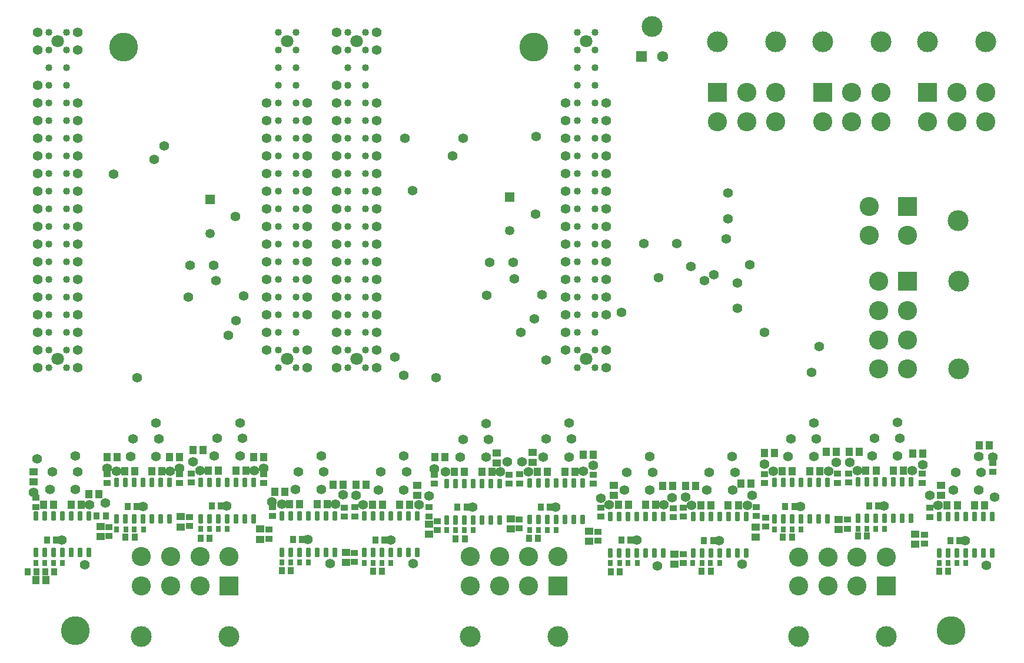
<source format=gbs>
G04*
G04 #@! TF.GenerationSoftware,Altium Limited,Altium Designer,23.4.1 (23)*
G04*
G04 Layer_Color=16711935*
%FSLAX44Y44*%
%MOMM*%
G71*
G04*
G04 #@! TF.SameCoordinates,A8117526-9310-46B9-AEF7-EB217FB15511*
G04*
G04*
G04 #@! TF.FilePolarity,Negative*
G04*
G01*
G75*
%ADD53R,1.0000X0.9000*%
%ADD54R,0.9000X1.0000*%
%ADD59R,1.2000X1.0500*%
%ADD62R,1.5700X1.5700*%
%ADD63C,1.5700*%
%ADD64C,3.0000*%
%ADD65R,2.7500X2.7500*%
%ADD66C,2.7500*%
%ADD67C,2.7534*%
%ADD68R,2.7534X2.7534*%
%ADD69C,2.9972*%
%ADD70R,2.7500X2.7500*%
%ADD71C,1.0200*%
%ADD72C,1.8000*%
%ADD73R,1.3500X1.3500*%
%ADD74C,1.3500*%
%ADD75C,1.4200*%
%ADD76C,4.1500*%
%ADD94R,1.0500X1.2000*%
G04:AMPARAMS|DCode=95|XSize=0.7mm|YSize=1.4mm|CornerRadius=0.1245mm|HoleSize=0mm|Usage=FLASHONLY|Rotation=180.000|XOffset=0mm|YOffset=0mm|HoleType=Round|Shape=RoundedRectangle|*
%AMROUNDEDRECTD95*
21,1,0.7000,1.1510,0,0,180.0*
21,1,0.4510,1.4000,0,0,180.0*
1,1,0.2490,-0.2255,0.5755*
1,1,0.2490,0.2255,0.5755*
1,1,0.2490,0.2255,-0.5755*
1,1,0.2490,-0.2255,-0.5755*
%
%ADD95ROUNDEDRECTD95*%
%ADD96R,0.7500X0.9500*%
D53*
X704342Y304950D02*
D03*
Y291950D02*
D03*
X1298956Y306220D02*
D03*
Y293220D02*
D03*
X481584Y192174D02*
D03*
Y179174D02*
D03*
X351536Y305966D02*
D03*
Y292966D02*
D03*
X589280Y257960D02*
D03*
Y244960D02*
D03*
X832358Y222654D02*
D03*
Y209654D02*
D03*
X1302004Y218590D02*
D03*
Y205590D02*
D03*
X244856Y243736D02*
D03*
Y230736D02*
D03*
X358648Y225746D02*
D03*
Y212746D02*
D03*
X1190752Y240180D02*
D03*
Y227180D02*
D03*
X229870Y305458D02*
D03*
Y292458D02*
D03*
X954532Y190396D02*
D03*
Y177396D02*
D03*
X1400048Y321968D02*
D03*
Y308968D02*
D03*
X128270Y229766D02*
D03*
Y216766D02*
D03*
X600964Y238148D02*
D03*
Y225148D02*
D03*
X1073404Y243228D02*
D03*
Y230228D02*
D03*
X1176782Y306220D02*
D03*
Y293220D02*
D03*
X467360Y257452D02*
D03*
Y244452D02*
D03*
X940308Y256690D02*
D03*
Y243690D02*
D03*
X1060196Y258468D02*
D03*
Y245468D02*
D03*
X825246Y304950D02*
D03*
Y291950D02*
D03*
X718566Y240688D02*
D03*
Y227688D02*
D03*
X23500Y271500D02*
D03*
Y258500D02*
D03*
X125920Y305966D02*
D03*
Y292966D02*
D03*
X246703Y306548D02*
D03*
Y293548D02*
D03*
X363543Y258288D02*
D03*
Y245288D02*
D03*
X482238Y257760D02*
D03*
Y244760D02*
D03*
X596900Y304696D02*
D03*
Y291696D02*
D03*
X719861Y305178D02*
D03*
Y292178D02*
D03*
X836314Y257305D02*
D03*
Y244305D02*
D03*
X955000Y257250D02*
D03*
Y244250D02*
D03*
X1071974Y305892D02*
D03*
Y292892D02*
D03*
X1192490Y306780D02*
D03*
Y293780D02*
D03*
X1309330Y257162D02*
D03*
Y244162D02*
D03*
D54*
X124102Y245364D02*
D03*
X111102D02*
D03*
X11534Y165100D02*
D03*
X24534D02*
D03*
X168742Y258980D02*
D03*
X155742D02*
D03*
X165440Y214630D02*
D03*
X152440D02*
D03*
X52410Y210820D02*
D03*
X39410D02*
D03*
X49870Y165100D02*
D03*
X36870D02*
D03*
X260390Y213360D02*
D03*
X273390D02*
D03*
X289525Y259562D02*
D03*
X276525D02*
D03*
X377230Y166370D02*
D03*
X390230D02*
D03*
X406365Y211302D02*
D03*
X393365D02*
D03*
X643170Y257764D02*
D03*
X630170D02*
D03*
X640420Y212090D02*
D03*
X627420D02*
D03*
X732830Y213360D02*
D03*
X745830D02*
D03*
X521758Y166270D02*
D03*
X508758D02*
D03*
X850388Y165000D02*
D03*
X863388D02*
D03*
X762683Y258192D02*
D03*
X749683D02*
D03*
X879136Y210319D02*
D03*
X866136D02*
D03*
X525060Y210774D02*
D03*
X512060D02*
D03*
X997822Y210264D02*
D03*
X984822D02*
D03*
X994520Y165472D02*
D03*
X981520D02*
D03*
X1114796Y258906D02*
D03*
X1101796D02*
D03*
X1111360Y215002D02*
D03*
X1098360D02*
D03*
X1235312Y259794D02*
D03*
X1222312D02*
D03*
X1206310Y216272D02*
D03*
X1219310D02*
D03*
X1352152Y210176D02*
D03*
X1339152D02*
D03*
X1323150Y165472D02*
D03*
X1336150D02*
D03*
D59*
X1178306Y225922D02*
D03*
Y240422D02*
D03*
X686308Y321934D02*
D03*
Y336434D02*
D03*
X346456Y211996D02*
D03*
Y226496D02*
D03*
X469392Y178424D02*
D03*
Y192924D02*
D03*
X819658Y208904D02*
D03*
Y223404D02*
D03*
X1059180Y215254D02*
D03*
Y229754D02*
D03*
X941832Y176138D02*
D03*
Y190638D02*
D03*
X1288542Y204586D02*
D03*
Y219086D02*
D03*
X572516Y275198D02*
D03*
Y289698D02*
D03*
X116586Y215762D02*
D03*
Y230262D02*
D03*
X589026Y219318D02*
D03*
Y233818D02*
D03*
X232156Y229732D02*
D03*
Y244232D02*
D03*
X706882Y226430D02*
D03*
Y240930D02*
D03*
X20066Y309256D02*
D03*
Y294756D02*
D03*
X738124Y322696D02*
D03*
Y337196D02*
D03*
X854964Y274944D02*
D03*
Y289444D02*
D03*
X1325626Y274944D02*
D03*
Y289444D02*
D03*
D62*
X895000Y906800D02*
D03*
D63*
X925000D02*
D03*
D64*
X910000Y950000D02*
D03*
X1004080Y927880D02*
D03*
X1088080D02*
D03*
X1350770Y457000D02*
D03*
Y583000D02*
D03*
X648390Y71850D02*
D03*
X774390D02*
D03*
X301450D02*
D03*
X175450D02*
D03*
X1155300Y927880D02*
D03*
X1239300D02*
D03*
X1306520D02*
D03*
X1390520D02*
D03*
X1121100Y71492D02*
D03*
X1247100D02*
D03*
D65*
X1004080Y854880D02*
D03*
X774390Y144850D02*
D03*
X301450D02*
D03*
X1155300Y854880D02*
D03*
X1306520D02*
D03*
X1247100Y144492D02*
D03*
D66*
X1046080Y854880D02*
D03*
X1088080D02*
D03*
X1004080Y812880D02*
D03*
X1046080D02*
D03*
X1088080D02*
D03*
X1235770Y457000D02*
D03*
Y499000D02*
D03*
Y541000D02*
D03*
Y583000D02*
D03*
X1277770Y457000D02*
D03*
Y499000D02*
D03*
Y541000D02*
D03*
X648390Y186850D02*
D03*
X690390D02*
D03*
X732390D02*
D03*
X774390D02*
D03*
X648390Y144850D02*
D03*
X690390D02*
D03*
X732390D02*
D03*
X259450D02*
D03*
X217450D02*
D03*
X175450D02*
D03*
X301450Y186850D02*
D03*
X259450D02*
D03*
X217450D02*
D03*
X175450D02*
D03*
X1197300Y854880D02*
D03*
X1239300D02*
D03*
X1155300Y812880D02*
D03*
X1197300D02*
D03*
X1239300D02*
D03*
X1348520Y854880D02*
D03*
X1390520D02*
D03*
X1306520Y812880D02*
D03*
X1348520D02*
D03*
X1390520D02*
D03*
X1121100Y186492D02*
D03*
X1163100D02*
D03*
X1205100D02*
D03*
X1247100D02*
D03*
X1121100Y144492D02*
D03*
X1163100D02*
D03*
X1205100D02*
D03*
D67*
X1222234Y691205D02*
D03*
Y649295D02*
D03*
X1277352D02*
D03*
D68*
Y691205D02*
D03*
D69*
X1350250Y670250D02*
D03*
D70*
X1277770Y583000D02*
D03*
D71*
X802300Y865100D02*
D03*
Y839700D02*
D03*
Y814300D02*
D03*
Y788900D02*
D03*
Y763500D02*
D03*
Y738100D02*
D03*
Y712700D02*
D03*
Y687300D02*
D03*
Y661900D02*
D03*
Y636500D02*
D03*
Y611100D02*
D03*
Y585700D02*
D03*
Y560300D02*
D03*
Y534900D02*
D03*
Y509500D02*
D03*
Y484100D02*
D03*
Y458700D02*
D03*
Y941300D02*
D03*
Y915900D02*
D03*
Y890500D02*
D03*
X827700Y941300D02*
D03*
Y915900D02*
D03*
Y890500D02*
D03*
Y865100D02*
D03*
Y839700D02*
D03*
Y814300D02*
D03*
Y788900D02*
D03*
Y763500D02*
D03*
Y738100D02*
D03*
Y712700D02*
D03*
Y687300D02*
D03*
Y661900D02*
D03*
Y636500D02*
D03*
Y611100D02*
D03*
Y585700D02*
D03*
Y560300D02*
D03*
Y534900D02*
D03*
Y509500D02*
D03*
Y484100D02*
D03*
Y458700D02*
D03*
X472300Y865100D02*
D03*
Y839700D02*
D03*
Y814300D02*
D03*
Y788900D02*
D03*
Y763500D02*
D03*
Y738100D02*
D03*
Y712700D02*
D03*
Y687300D02*
D03*
Y661900D02*
D03*
Y636500D02*
D03*
Y611100D02*
D03*
Y585700D02*
D03*
Y560300D02*
D03*
Y534900D02*
D03*
Y509500D02*
D03*
Y484100D02*
D03*
Y458700D02*
D03*
Y941300D02*
D03*
Y915900D02*
D03*
Y890500D02*
D03*
X497700Y941300D02*
D03*
Y915900D02*
D03*
Y890500D02*
D03*
Y865100D02*
D03*
Y839700D02*
D03*
Y814300D02*
D03*
Y788900D02*
D03*
Y763500D02*
D03*
Y738100D02*
D03*
Y712700D02*
D03*
Y687300D02*
D03*
Y661900D02*
D03*
Y636500D02*
D03*
Y611100D02*
D03*
Y585700D02*
D03*
Y560300D02*
D03*
Y534900D02*
D03*
Y509500D02*
D03*
Y484100D02*
D03*
Y458700D02*
D03*
X372300Y865100D02*
D03*
Y839700D02*
D03*
Y814300D02*
D03*
Y788900D02*
D03*
Y763500D02*
D03*
Y738100D02*
D03*
Y712700D02*
D03*
Y687300D02*
D03*
Y661900D02*
D03*
Y636500D02*
D03*
Y611100D02*
D03*
Y585700D02*
D03*
Y560300D02*
D03*
Y534900D02*
D03*
Y509500D02*
D03*
Y484100D02*
D03*
Y458700D02*
D03*
Y941300D02*
D03*
Y915900D02*
D03*
Y890500D02*
D03*
X397700Y941300D02*
D03*
Y915900D02*
D03*
Y890500D02*
D03*
Y865100D02*
D03*
Y839700D02*
D03*
Y814300D02*
D03*
Y788900D02*
D03*
Y763500D02*
D03*
Y738100D02*
D03*
Y712700D02*
D03*
Y687300D02*
D03*
Y661900D02*
D03*
Y636500D02*
D03*
Y611100D02*
D03*
Y585700D02*
D03*
Y560300D02*
D03*
Y534900D02*
D03*
Y509500D02*
D03*
Y484100D02*
D03*
Y458700D02*
D03*
X42300Y865100D02*
D03*
Y839700D02*
D03*
Y814300D02*
D03*
Y788900D02*
D03*
Y763500D02*
D03*
Y738100D02*
D03*
Y712700D02*
D03*
Y687300D02*
D03*
Y661900D02*
D03*
Y636500D02*
D03*
Y611100D02*
D03*
Y585700D02*
D03*
Y560300D02*
D03*
Y534900D02*
D03*
Y509500D02*
D03*
Y484100D02*
D03*
Y458700D02*
D03*
Y941300D02*
D03*
Y915900D02*
D03*
Y890500D02*
D03*
X67700Y941300D02*
D03*
Y915900D02*
D03*
Y890500D02*
D03*
Y865100D02*
D03*
Y839700D02*
D03*
Y814300D02*
D03*
Y788900D02*
D03*
Y763500D02*
D03*
Y738100D02*
D03*
Y712700D02*
D03*
Y687300D02*
D03*
Y661900D02*
D03*
Y636500D02*
D03*
Y611100D02*
D03*
Y585700D02*
D03*
Y560300D02*
D03*
Y534900D02*
D03*
Y509500D02*
D03*
Y484100D02*
D03*
Y458700D02*
D03*
D72*
X815000Y928600D02*
D03*
Y471400D02*
D03*
X485000Y928600D02*
D03*
Y471400D02*
D03*
X385000Y928600D02*
D03*
Y471400D02*
D03*
X55000Y928600D02*
D03*
Y471400D02*
D03*
D73*
X274000Y700900D02*
D03*
X705000Y704650D02*
D03*
D74*
X274000Y652100D02*
D03*
X705000Y655850D02*
D03*
D75*
X927100Y261620D02*
D03*
X865886Y538774D02*
D03*
X898271Y637032D02*
D03*
X945896D02*
D03*
X414100Y814300D02*
D03*
X514100Y814578D02*
D03*
Y839700D02*
D03*
X743500Y791500D02*
D03*
X785900Y839700D02*
D03*
X844100D02*
D03*
Y788900D02*
D03*
X998982Y592836D02*
D03*
X919734Y588010D02*
D03*
X985520Y584454D02*
D03*
X1139180Y452318D02*
D03*
X1150096Y489592D02*
D03*
X1071460Y509436D02*
D03*
X20320Y278892D02*
D03*
X123190Y264160D02*
D03*
X100330Y261366D02*
D03*
X454406Y262128D02*
D03*
X589090Y274384D02*
D03*
X484250Y275250D02*
D03*
X465750Y276250D02*
D03*
X691388Y308610D02*
D03*
X702056Y323596D02*
D03*
X596900Y313182D02*
D03*
X1175258Y322580D02*
D03*
X1194562Y322834D02*
D03*
X1299250Y319500D02*
D03*
X1205230Y310388D02*
D03*
X1310000Y275250D02*
D03*
X1321816Y260858D02*
D03*
X810768Y309372D02*
D03*
X722884Y323088D02*
D03*
X638000Y789250D02*
D03*
X623250Y764000D02*
D03*
X194000Y758500D02*
D03*
X207750Y778250D02*
D03*
X554500Y789000D02*
D03*
X1164176Y309706D02*
D03*
X1072000Y320250D02*
D03*
X906926Y330969D02*
D03*
X958500Y272500D02*
D03*
X1053750Y274750D02*
D03*
X242500Y560719D02*
D03*
X836500Y270750D02*
D03*
X939250Y271750D02*
D03*
X84100Y687300D02*
D03*
X317250Y379500D02*
D03*
X757453Y355982D02*
D03*
X825500Y318500D02*
D03*
X844100Y534900D02*
D03*
X1032650Y543960D02*
D03*
X1142586Y379556D02*
D03*
X1146396Y356696D02*
D03*
X1263172Y332094D02*
D03*
X1400000Y330500D02*
D03*
X790543Y330492D02*
D03*
X670960Y378414D02*
D03*
X671030Y330064D02*
D03*
X674770Y355554D02*
D03*
X84100Y636500D02*
D03*
Y661900D02*
D03*
X556660Y308564D02*
D03*
X519830D02*
D03*
X84100Y611100D02*
D03*
X126000Y314000D02*
D03*
X363500Y266000D02*
D03*
X377250Y262250D02*
D03*
X351421Y314377D02*
D03*
X338000Y310500D02*
D03*
X249250Y323750D02*
D03*
X260135Y310500D02*
D03*
X216692Y309750D02*
D03*
X230000Y314000D02*
D03*
X139225Y309500D02*
D03*
X552850Y331424D02*
D03*
X169600Y444200D02*
D03*
X322500Y561719D02*
D03*
X311000Y676500D02*
D03*
X279500Y606500D02*
D03*
X965962Y604012D02*
D03*
X25900Y865100D02*
D03*
X757860Y470000D02*
D03*
X721250Y509248D02*
D03*
X455900Y483860D02*
D03*
X514100D02*
D03*
X785900Y484100D02*
D03*
X844100Y458700D02*
D03*
X414100D02*
D03*
X414100Y484080D02*
D03*
X844100Y484100D02*
D03*
X84100Y814300D02*
D03*
Y839700D02*
D03*
X455900D02*
D03*
X355900D02*
D03*
X414100D02*
D03*
X553000Y448000D02*
D03*
X539750Y474000D02*
D03*
X1019200Y673125D02*
D03*
X844100Y661860D02*
D03*
X1403000Y272500D02*
D03*
X566250Y176750D02*
D03*
X447000Y177250D02*
D03*
X1039750Y175750D02*
D03*
X710500Y610250D02*
D03*
X514100Y509500D02*
D03*
X455900D02*
D03*
X514100Y560300D02*
D03*
X455900D02*
D03*
X671750Y563140D02*
D03*
X751750Y563719D02*
D03*
X676000Y610250D02*
D03*
X742000Y680110D02*
D03*
X414100Y661900D02*
D03*
X455900D02*
D03*
X514100D02*
D03*
X414100Y687300D02*
D03*
X514100Y687320D02*
D03*
X455900Y687300D02*
D03*
X565750Y714000D02*
D03*
X785900Y763500D02*
D03*
X300500Y505250D02*
D03*
X414100Y534900D02*
D03*
X355900D02*
D03*
X245252Y606500D02*
D03*
X84100Y712700D02*
D03*
X135000Y737140D02*
D03*
X414100Y763500D02*
D03*
X355900D02*
D03*
X282500Y584250D02*
D03*
X311500Y526500D02*
D03*
X599600Y444200D02*
D03*
X1033150Y580750D02*
D03*
X844100Y636500D02*
D03*
X455900Y534900D02*
D03*
X514100D02*
D03*
X785900D02*
D03*
Y560300D02*
D03*
X514100Y585743D02*
D03*
X785900Y585700D02*
D03*
X514100Y636640D02*
D03*
X785900Y687320D02*
D03*
X414100Y712700D02*
D03*
X455900Y738100D02*
D03*
X514100D02*
D03*
X785900D02*
D03*
X414100Y738140D02*
D03*
X455900Y763500D02*
D03*
Y788900D02*
D03*
X514100D02*
D03*
X455900Y814300D02*
D03*
X785900Y814390D02*
D03*
X355900Y509500D02*
D03*
Y484100D02*
D03*
Y611100D02*
D03*
X414100D02*
D03*
X455900D02*
D03*
X355900Y636500D02*
D03*
X414100D02*
D03*
X455900D02*
D03*
X355900Y661900D02*
D03*
Y712700D02*
D03*
X455900D02*
D03*
X355900Y738140D02*
D03*
X84100Y738100D02*
D03*
X355900Y814300D02*
D03*
Y788900D02*
D03*
X84100Y915900D02*
D03*
X25900D02*
D03*
X84100Y941300D02*
D03*
X25900D02*
D03*
X514100Y915900D02*
D03*
Y941300D02*
D03*
X455900D02*
D03*
Y915900D02*
D03*
X844100Y814300D02*
D03*
X785900Y788900D02*
D03*
X844100Y763500D02*
D03*
Y738100D02*
D03*
Y712700D02*
D03*
X785900D02*
D03*
X844100Y687300D02*
D03*
X785900Y661900D02*
D03*
Y636500D02*
D03*
X844100Y611100D02*
D03*
X785900D02*
D03*
X844100Y585700D02*
D03*
Y560300D02*
D03*
X785900Y509500D02*
D03*
X514100Y458700D02*
D03*
X455900D02*
D03*
Y585700D02*
D03*
X514100Y611100D02*
D03*
Y712700D02*
D03*
Y763500D02*
D03*
X455900Y865100D02*
D03*
X414100Y788900D02*
D03*
X355900Y687300D02*
D03*
Y585700D02*
D03*
X414100D02*
D03*
Y560300D02*
D03*
X355900D02*
D03*
X25900Y458700D02*
D03*
X84100D02*
D03*
Y484100D02*
D03*
X25900D02*
D03*
Y509500D02*
D03*
X84100D02*
D03*
Y534900D02*
D03*
X25900D02*
D03*
X84100Y560300D02*
D03*
X25900D02*
D03*
X84100Y585700D02*
D03*
X25900D02*
D03*
Y611100D02*
D03*
Y636500D02*
D03*
Y661900D02*
D03*
Y687300D02*
D03*
Y712700D02*
D03*
Y738100D02*
D03*
Y763500D02*
D03*
X84100D02*
D03*
Y788900D02*
D03*
X25900D02*
D03*
Y814300D02*
D03*
Y839700D02*
D03*
X25440Y327737D02*
D03*
X43740Y283120D02*
D03*
X1019200Y710000D02*
D03*
X740830Y528750D02*
D03*
X711750Y586250D02*
D03*
X1017000Y644000D02*
D03*
X1051000Y607000D02*
D03*
X177482Y258980D02*
D03*
X159772Y331280D02*
D03*
X200342Y356770D02*
D03*
X196532Y379630D02*
D03*
X163512Y356770D02*
D03*
X196602Y331280D02*
D03*
X94170Y175260D02*
D03*
X61150Y210820D02*
D03*
X47180Y308610D02*
D03*
X80200Y331470D02*
D03*
X80270Y283120D02*
D03*
X84010Y308610D02*
D03*
X317385Y331862D02*
D03*
X284295Y357352D02*
D03*
X321125D02*
D03*
X280555Y331862D02*
D03*
X298265Y259562D02*
D03*
X397395Y283602D02*
D03*
X434225D02*
D03*
X415105Y211302D02*
D03*
X401135Y309092D02*
D03*
X437965D02*
D03*
X434155Y331952D02*
D03*
X651910Y257764D02*
D03*
X634200Y330064D02*
D03*
X612540Y308564D02*
D03*
X637940Y355554D02*
D03*
X794283Y355982D02*
D03*
X552920Y283074D02*
D03*
X574440Y261574D02*
D03*
X790473Y378842D02*
D03*
X494430Y261574D02*
D03*
X870166Y282619D02*
D03*
X910736Y308109D02*
D03*
X753713Y330492D02*
D03*
X732053Y308992D02*
D03*
X873906Y308109D02*
D03*
X848506Y261119D02*
D03*
X887876Y210319D02*
D03*
X917848Y173890D02*
D03*
X771423Y258192D02*
D03*
X906996Y282619D02*
D03*
X533800Y210774D02*
D03*
X516090Y283074D02*
D03*
X1390610Y174362D02*
D03*
X1029422Y308054D02*
D03*
X1047202Y261064D02*
D03*
X967192D02*
D03*
X1006562Y210264D02*
D03*
X988852Y282564D02*
D03*
X1025682D02*
D03*
X992592Y308054D02*
D03*
X1025612Y330914D02*
D03*
X1084166Y309706D02*
D03*
X1123536Y258906D02*
D03*
X1105826Y331206D02*
D03*
X1142656D02*
D03*
X1109566Y356696D02*
D03*
X1266912Y357584D02*
D03*
X1284692Y310594D02*
D03*
X1244052Y259794D02*
D03*
X1226342Y332094D02*
D03*
X1230082Y357584D02*
D03*
X1263102Y380444D02*
D03*
X1383752Y307966D02*
D03*
X1360892Y210176D02*
D03*
X1343182Y282476D02*
D03*
X1380012D02*
D03*
X1346922Y307966D02*
D03*
X1379942Y330826D02*
D03*
D76*
X740000Y920000D02*
D03*
X150000D02*
D03*
X1340000Y80000D02*
D03*
X80000D02*
D03*
D94*
X1038214Y291846D02*
D03*
X1052714D02*
D03*
X1380860Y347218D02*
D03*
X1395360D02*
D03*
X924930Y288798D02*
D03*
X939430D02*
D03*
X1160896Y337566D02*
D03*
X1175396D02*
D03*
X99684Y276860D02*
D03*
X114184D02*
D03*
X1284848Y335280D02*
D03*
X1299348D02*
D03*
X215508Y329946D02*
D03*
X230008D02*
D03*
X337174Y330454D02*
D03*
X351674D02*
D03*
X450966Y290322D02*
D03*
X465466D02*
D03*
X37984Y153416D02*
D03*
X23484D02*
D03*
X811138Y333248D02*
D03*
X825638D02*
D03*
X140600Y329692D02*
D03*
X126100D02*
D03*
X263790Y339852D02*
D03*
X249290D02*
D03*
X381646Y280416D02*
D03*
X367146D02*
D03*
X498994Y290576D02*
D03*
X484494D02*
D03*
X611770Y329692D02*
D03*
X597270D02*
D03*
X972958Y288544D02*
D03*
X958458D02*
D03*
X1086496Y336296D02*
D03*
X1071996D02*
D03*
X1208162Y338074D02*
D03*
X1193662D02*
D03*
X205052Y309780D02*
D03*
X190552D02*
D03*
X151182D02*
D03*
X165682D02*
D03*
X34850Y261620D02*
D03*
X49350D02*
D03*
X88720D02*
D03*
X74220D02*
D03*
X271965Y310362D02*
D03*
X286465D02*
D03*
X325835D02*
D03*
X311335D02*
D03*
X442675Y262102D02*
D03*
X428175D02*
D03*
X388805D02*
D03*
X403305D02*
D03*
X625610Y308564D02*
D03*
X640110D02*
D03*
X679480D02*
D03*
X664980D02*
D03*
X745123Y308992D02*
D03*
X759623D02*
D03*
X798993D02*
D03*
X784493D02*
D03*
X561370Y261574D02*
D03*
X546870D02*
D03*
X915446Y261119D02*
D03*
X900946D02*
D03*
X861576D02*
D03*
X876076D02*
D03*
X507500Y261574D02*
D03*
X522000D02*
D03*
X980262Y261064D02*
D03*
X994762D02*
D03*
X1034132D02*
D03*
X1019632D02*
D03*
X1097236Y309706D02*
D03*
X1111736D02*
D03*
X1151106D02*
D03*
X1136606D02*
D03*
X1217752Y310594D02*
D03*
X1232252D02*
D03*
X1271622D02*
D03*
X1257122D02*
D03*
X1334592Y260976D02*
D03*
X1349092D02*
D03*
X1388462D02*
D03*
X1373962D02*
D03*
D95*
X216090Y240858D02*
D03*
X203390D02*
D03*
X190690D02*
D03*
X177990D02*
D03*
X165290D02*
D03*
X152590D02*
D03*
X139890D02*
D03*
X216090Y293358D02*
D03*
X203390D02*
D03*
X190690D02*
D03*
X177990D02*
D03*
X165290D02*
D03*
X152590D02*
D03*
X139890D02*
D03*
X99758Y192698D02*
D03*
X87058D02*
D03*
X74358D02*
D03*
X61658D02*
D03*
X48958D02*
D03*
X36258D02*
D03*
X23558D02*
D03*
X99758Y245198D02*
D03*
X87058D02*
D03*
X74358D02*
D03*
X61658D02*
D03*
X48958D02*
D03*
X36258D02*
D03*
X23558D02*
D03*
X336873Y241440D02*
D03*
X324173D02*
D03*
X311473D02*
D03*
X298773D02*
D03*
X286073D02*
D03*
X273373D02*
D03*
X260673D02*
D03*
X336873Y293940D02*
D03*
X324173D02*
D03*
X311473D02*
D03*
X298773D02*
D03*
X286073D02*
D03*
X273373D02*
D03*
X260673D02*
D03*
X453713Y193180D02*
D03*
X441013D02*
D03*
X428313D02*
D03*
X415613D02*
D03*
X402913D02*
D03*
X390213D02*
D03*
X377513D02*
D03*
X453713Y245680D02*
D03*
X441013D02*
D03*
X428313D02*
D03*
X415613D02*
D03*
X402913D02*
D03*
X390213D02*
D03*
X377513D02*
D03*
X690518Y239642D02*
D03*
X677818D02*
D03*
X665118D02*
D03*
X652418D02*
D03*
X639718D02*
D03*
X627018D02*
D03*
X614318D02*
D03*
X690518Y292142D02*
D03*
X677818D02*
D03*
X665118D02*
D03*
X652418D02*
D03*
X639718D02*
D03*
X627018D02*
D03*
X614318D02*
D03*
X810031Y240070D02*
D03*
X797331D02*
D03*
X784631D02*
D03*
X771931D02*
D03*
X759231D02*
D03*
X746531D02*
D03*
X733831D02*
D03*
X810031Y292570D02*
D03*
X797331D02*
D03*
X784631D02*
D03*
X771931D02*
D03*
X759231D02*
D03*
X746531D02*
D03*
X733831D02*
D03*
X572408Y192652D02*
D03*
X559708D02*
D03*
X547008D02*
D03*
X534308D02*
D03*
X521608D02*
D03*
X508908D02*
D03*
X496208D02*
D03*
X572408Y245152D02*
D03*
X559708D02*
D03*
X547008D02*
D03*
X534308D02*
D03*
X521608D02*
D03*
X508908D02*
D03*
X496208D02*
D03*
X926484Y192197D02*
D03*
X913784D02*
D03*
X901084D02*
D03*
X888384D02*
D03*
X875684D02*
D03*
X862984D02*
D03*
X850284D02*
D03*
X926484Y244697D02*
D03*
X913784D02*
D03*
X901084D02*
D03*
X888384D02*
D03*
X875684D02*
D03*
X862984D02*
D03*
X850284D02*
D03*
X1045170Y192142D02*
D03*
X1032470D02*
D03*
X1019770D02*
D03*
X1007070D02*
D03*
X994370D02*
D03*
X981670D02*
D03*
X968970D02*
D03*
X1045170Y244642D02*
D03*
X1032470D02*
D03*
X1019770D02*
D03*
X1007070D02*
D03*
X994370D02*
D03*
X981670D02*
D03*
X968970D02*
D03*
X1162144Y240784D02*
D03*
X1149444D02*
D03*
X1136744D02*
D03*
X1124044D02*
D03*
X1111344D02*
D03*
X1098644D02*
D03*
X1085944D02*
D03*
X1162144Y293284D02*
D03*
X1149444D02*
D03*
X1136744D02*
D03*
X1124044D02*
D03*
X1111344D02*
D03*
X1098644D02*
D03*
X1085944D02*
D03*
X1282660Y241672D02*
D03*
X1269960D02*
D03*
X1257260D02*
D03*
X1244560D02*
D03*
X1231860D02*
D03*
X1219160D02*
D03*
X1206460D02*
D03*
X1282660Y294172D02*
D03*
X1269960D02*
D03*
X1257260D02*
D03*
X1244560D02*
D03*
X1231860D02*
D03*
X1219160D02*
D03*
X1206460D02*
D03*
X1399500Y192054D02*
D03*
X1386800D02*
D03*
X1374100D02*
D03*
X1361400D02*
D03*
X1348700D02*
D03*
X1336000D02*
D03*
X1323300D02*
D03*
X1399500Y244554D02*
D03*
X1386800D02*
D03*
X1374100D02*
D03*
X1361400D02*
D03*
X1348700D02*
D03*
X1336000D02*
D03*
X1323300D02*
D03*
D96*
X178140Y226214D02*
D03*
X165140D02*
D03*
X152740D02*
D03*
X139740D02*
D03*
X61808Y178054D02*
D03*
X48808D02*
D03*
X36408D02*
D03*
X23408D02*
D03*
X273523Y226796D02*
D03*
X260523D02*
D03*
X298923D02*
D03*
X285923D02*
D03*
X415763Y178536D02*
D03*
X402763D02*
D03*
X390363D02*
D03*
X377363D02*
D03*
X652568Y224998D02*
D03*
X639568D02*
D03*
X627168D02*
D03*
X614168D02*
D03*
X509058Y178008D02*
D03*
X496058D02*
D03*
X863134Y177553D02*
D03*
X850134D02*
D03*
X888534D02*
D03*
X875534D02*
D03*
X746681Y225426D02*
D03*
X733681D02*
D03*
X772081D02*
D03*
X759081D02*
D03*
X534458Y178008D02*
D03*
X521458D02*
D03*
X1007220Y177498D02*
D03*
X994220D02*
D03*
X981820D02*
D03*
X968820D02*
D03*
X1124194Y226140D02*
D03*
X1111194D02*
D03*
X1098794D02*
D03*
X1085794D02*
D03*
X1244710Y227028D02*
D03*
X1231710D02*
D03*
X1219310D02*
D03*
X1206310D02*
D03*
X1361550Y177410D02*
D03*
X1348550D02*
D03*
X1336150D02*
D03*
X1323150D02*
D03*
M02*

</source>
